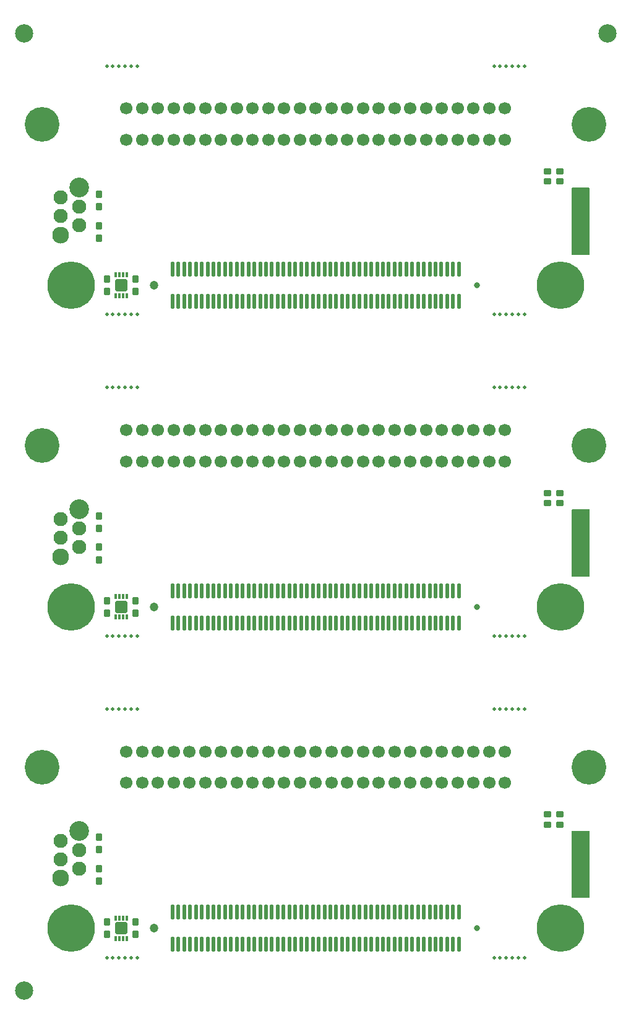
<source format=gts>
G04 #@! TF.GenerationSoftware,KiCad,Pcbnew,8.0.6*
G04 #@! TF.CreationDate,2024-11-07T02:26:39-08:00*
G04 #@! TF.ProjectId,hvd-50-ce-panel,6876642d-3530-42d6-9365-2d70616e656c,1*
G04 #@! TF.SameCoordinates,Original*
G04 #@! TF.FileFunction,Soldermask,Top*
G04 #@! TF.FilePolarity,Negative*
%FSLAX46Y46*%
G04 Gerber Fmt 4.6, Leading zero omitted, Abs format (unit mm)*
G04 Created by KiCad (PCBNEW 8.0.6) date 2024-11-07 02:26:39*
%MOMM*%
%LPD*%
G01*
G04 APERTURE LIST*
G04 Aperture macros list*
%AMRoundRect*
0 Rectangle with rounded corners*
0 $1 Rounding radius*
0 $2 $3 $4 $5 $6 $7 $8 $9 X,Y pos of 4 corners*
0 Add a 4 corners polygon primitive as box body*
4,1,4,$2,$3,$4,$5,$6,$7,$8,$9,$2,$3,0*
0 Add four circle primitives for the rounded corners*
1,1,$1+$1,$2,$3*
1,1,$1+$1,$4,$5*
1,1,$1+$1,$6,$7*
1,1,$1+$1,$8,$9*
0 Add four rect primitives between the rounded corners*
20,1,$1+$1,$2,$3,$4,$5,0*
20,1,$1+$1,$4,$5,$6,$7,0*
20,1,$1+$1,$6,$7,$8,$9,0*
20,1,$1+$1,$8,$9,$2,$3,0*%
G04 Aperture macros list end*
%ADD10C,1.700000*%
%ADD11C,4.750000*%
%ADD12C,0.500000*%
%ADD13C,2.300000*%
%ADD14C,2.700000*%
%ADD15C,1.950000*%
%ADD16C,2.500000*%
%ADD17RoundRect,0.225000X0.275000X0.225000X-0.275000X0.225000X-0.275000X-0.225000X0.275000X-0.225000X0*%
%ADD18RoundRect,0.225000X0.225000X-0.275000X0.225000X0.275000X-0.225000X0.275000X-0.225000X-0.275000X0*%
%ADD19RoundRect,0.225000X-0.225000X0.275000X-0.225000X-0.275000X0.225000X-0.275000X0.225000X0.275000X0*%
%ADD20C,6.500000*%
%ADD21RoundRect,0.225000X-0.275000X-0.225000X0.275000X-0.225000X0.275000X0.225000X-0.275000X0.225000X0*%
%ADD22RoundRect,0.062500X0.137500X-0.287500X0.137500X0.287500X-0.137500X0.287500X-0.137500X-0.287500X0*%
%ADD23RoundRect,0.265625X0.584375X-0.584375X0.584375X0.584375X-0.584375X0.584375X-0.584375X-0.584375X0*%
%ADD24C,0.800000*%
%ADD25C,1.200000*%
%ADD26RoundRect,0.125000X0.125000X0.925000X-0.125000X0.925000X-0.125000X-0.925000X0.125000X-0.925000X0*%
G04 APERTURE END LIST*
D10*
G04 #@! TO.C,J5*
X-68320000Y30902000D03*
X-66160000Y30902000D03*
X-64000000Y30902000D03*
X-61840000Y30902000D03*
X-59680000Y30902000D03*
X-57520000Y30902000D03*
X-55360000Y30902000D03*
X-53200000Y30902000D03*
X-51040000Y30902000D03*
X-48880000Y30902000D03*
X-46720000Y30902000D03*
X-44560000Y30902000D03*
X-42400000Y30902000D03*
X-40240000Y30902000D03*
X-38080000Y30902000D03*
X-35920000Y30902000D03*
X-33760000Y30902000D03*
X-31600000Y30902000D03*
X-29440000Y30902000D03*
X-27280000Y30902000D03*
X-25120000Y30902000D03*
X-22960000Y30902000D03*
X-20800000Y30902000D03*
X-18640000Y30902000D03*
X-16480000Y30902000D03*
X-68320000Y35192000D03*
X-66160000Y35192000D03*
X-64000000Y35192000D03*
X-61840000Y35192000D03*
X-59680000Y35192000D03*
X-57520000Y35192000D03*
X-55360000Y35192000D03*
X-53200000Y35192000D03*
X-51040000Y35192000D03*
X-48880000Y35192000D03*
X-46720000Y35192000D03*
X-44560000Y35192000D03*
X-42400000Y35192000D03*
X-40240000Y35192000D03*
X-38080000Y35192000D03*
X-35920000Y35192000D03*
X-33760000Y35192000D03*
X-31600000Y35192000D03*
X-29440000Y35192000D03*
X-27280000Y35192000D03*
X-25120000Y35192000D03*
X-22960000Y35192000D03*
X-20800000Y35192000D03*
X-18640000Y35192000D03*
X-16480000Y35192000D03*
D11*
X-4975000Y33047000D03*
X-79825000Y33047000D03*
G04 #@! TD*
D12*
G04 #@! TO.C,KiKit_MB_8_1*
X-66799000Y51002000D03*
G04 #@! TD*
G04 #@! TO.C,KiKit_MB_11_6*
X-13799001Y41002000D03*
G04 #@! TD*
D13*
G04 #@! TO.C,J3*
X-77340000Y17872000D03*
D14*
X-74800000Y24342000D03*
D15*
X-77340000Y23012000D03*
X-74800000Y21742000D03*
X-77340000Y20472000D03*
X-74800000Y19202000D03*
G04 #@! TD*
D12*
G04 #@! TO.C,KiKit_MB_8_4*
X-69320199Y51002000D03*
G04 #@! TD*
G04 #@! TO.C,KiKit_MB_11_1*
X-18001000Y41002000D03*
G04 #@! TD*
D16*
G04 #@! TO.C,KiKit_FID_T_1*
X-82300000Y133503500D03*
G04 #@! TD*
D12*
G04 #@! TO.C,KiKit_MB_6_3*
X-69320199Y85002000D03*
G04 #@! TD*
G04 #@! TO.C,KiKit_MB_1_4*
X-16320200Y95002000D03*
G04 #@! TD*
D17*
G04 #@! TO.C,C2*
X-8950000Y114587000D03*
X-10650000Y114587000D03*
G04 #@! TD*
D12*
G04 #@! TO.C,KiKit_MB_10_1*
X-71000999Y41002000D03*
G04 #@! TD*
D18*
G04 #@! TO.C,R1*
X-67050000Y10152000D03*
X-67050000Y11852000D03*
G04 #@! TD*
D12*
G04 #@! TO.C,KiKit_MB_5_4*
X-16320200Y51002000D03*
G04 #@! TD*
G04 #@! TO.C,KiKit_MB_6_1*
X-71000999Y85002000D03*
G04 #@! TD*
G04 #@! TO.C,KiKit_MB_1_1*
X-13799001Y95002000D03*
G04 #@! TD*
D16*
G04 #@! TO.C,KiKit_FID_T_2*
X-2500000Y133503500D03*
G04 #@! TD*
D12*
G04 #@! TO.C,KiKit_MB_2_4*
X-68479800Y129002000D03*
G04 #@! TD*
D19*
G04 #@! TO.C,R2*
X-72100000Y23452000D03*
X-72100000Y21752000D03*
G04 #@! TD*
D20*
G04 #@! TO.C,H3*
X-75900000Y11002000D03*
G04 #@! TD*
D13*
G04 #@! TO.C,J3*
X-77340000Y105872000D03*
D14*
X-74800000Y112342000D03*
D15*
X-77340000Y111012000D03*
X-74800000Y109742000D03*
X-77340000Y108472000D03*
X-74800000Y107202000D03*
G04 #@! TD*
D12*
G04 #@! TO.C,KiKit_MB_10_5*
X-67639400Y41002000D03*
G04 #@! TD*
G04 #@! TO.C,KiKit_MB_11_2*
X-17160600Y41002000D03*
G04 #@! TD*
G04 #@! TO.C,KiKit_MB_7_2*
X-17160600Y85002000D03*
G04 #@! TD*
G04 #@! TO.C,KiKit_MB_4_3*
X-68479800Y95002000D03*
G04 #@! TD*
D18*
G04 #@! TO.C,R3*
X-72100000Y17452000D03*
X-72100000Y19152000D03*
G04 #@! TD*
D12*
G04 #@! TO.C,KiKit_MB_6_4*
X-68479800Y85002000D03*
G04 #@! TD*
G04 #@! TO.C,KiKit_MB_12_6*
X-71000999Y7002000D03*
G04 #@! TD*
D19*
G04 #@! TO.C,R2*
X-72100000Y67452000D03*
X-72100000Y65752000D03*
G04 #@! TD*
D12*
G04 #@! TO.C,KiKit_MB_11_5*
X-14639401Y41002000D03*
G04 #@! TD*
D18*
G04 #@! TO.C,R3*
X-72100000Y61452000D03*
X-72100000Y63152000D03*
G04 #@! TD*
D12*
G04 #@! TO.C,KiKit_MB_3_6*
X-13799001Y129002000D03*
G04 #@! TD*
G04 #@! TO.C,KiKit_MB_12_4*
X-69320199Y7002000D03*
G04 #@! TD*
G04 #@! TO.C,KiKit_MB_12_3*
X-68479800Y7002000D03*
G04 #@! TD*
D18*
G04 #@! TO.C,R1*
X-67050000Y54152000D03*
X-67050000Y55852000D03*
G04 #@! TD*
D12*
G04 #@! TO.C,KiKit_MB_3_1*
X-18001000Y129002000D03*
G04 #@! TD*
D10*
G04 #@! TO.C,J5*
X-68320000Y118902000D03*
X-66160000Y118902000D03*
X-64000000Y118902000D03*
X-61840000Y118902000D03*
X-59680000Y118902000D03*
X-57520000Y118902000D03*
X-55360000Y118902000D03*
X-53200000Y118902000D03*
X-51040000Y118902000D03*
X-48880000Y118902000D03*
X-46720000Y118902000D03*
X-44560000Y118902000D03*
X-42400000Y118902000D03*
X-40240000Y118902000D03*
X-38080000Y118902000D03*
X-35920000Y118902000D03*
X-33760000Y118902000D03*
X-31600000Y118902000D03*
X-29440000Y118902000D03*
X-27280000Y118902000D03*
X-25120000Y118902000D03*
X-22960000Y118902000D03*
X-20800000Y118902000D03*
X-18640000Y118902000D03*
X-16480000Y118902000D03*
X-68320000Y123192000D03*
X-66160000Y123192000D03*
X-64000000Y123192000D03*
X-61840000Y123192000D03*
X-59680000Y123192000D03*
X-57520000Y123192000D03*
X-55360000Y123192000D03*
X-53200000Y123192000D03*
X-51040000Y123192000D03*
X-48880000Y123192000D03*
X-46720000Y123192000D03*
X-44560000Y123192000D03*
X-42400000Y123192000D03*
X-40240000Y123192000D03*
X-38080000Y123192000D03*
X-35920000Y123192000D03*
X-33760000Y123192000D03*
X-31600000Y123192000D03*
X-29440000Y123192000D03*
X-27280000Y123192000D03*
X-25120000Y123192000D03*
X-22960000Y123192000D03*
X-20800000Y123192000D03*
X-18640000Y123192000D03*
X-16480000Y123192000D03*
D11*
X-4975000Y121047000D03*
X-79825000Y121047000D03*
G04 #@! TD*
D12*
G04 #@! TO.C,KiKit_MB_4_4*
X-69320199Y95002000D03*
G04 #@! TD*
G04 #@! TO.C,KiKit_MB_4_6*
X-71000999Y95002000D03*
G04 #@! TD*
D21*
G04 #@! TO.C,R4*
X-10650000Y25202000D03*
X-8950000Y25202000D03*
G04 #@! TD*
D20*
G04 #@! TO.C,H3*
X-75900000Y55002000D03*
G04 #@! TD*
D12*
G04 #@! TO.C,KiKit_MB_9_6*
X-18001000Y7002000D03*
G04 #@! TD*
G04 #@! TO.C,KiKit_MB_5_1*
X-13799001Y51002000D03*
G04 #@! TD*
G04 #@! TO.C,KiKit_MB_9_2*
X-14639401Y7002000D03*
G04 #@! TD*
G04 #@! TO.C,KiKit_MB_3_5*
X-14639401Y129002000D03*
G04 #@! TD*
G04 #@! TO.C,KiKit_MB_4_1*
X-66799000Y95002000D03*
G04 #@! TD*
G04 #@! TO.C,KiKit_MB_2_2*
X-70160599Y129002000D03*
G04 #@! TD*
G04 #@! TO.C,KiKit_MB_2_6*
X-66799000Y129002000D03*
G04 #@! TD*
D22*
G04 #@! TO.C,U1*
X-69750001Y9602000D03*
X-69250000Y9602000D03*
X-68750000Y9602000D03*
X-68249999Y9602000D03*
X-68249999Y12402000D03*
X-68750000Y12402000D03*
X-69250000Y12402000D03*
X-69750001Y12402000D03*
D23*
X-69000000Y11002000D03*
G04 #@! TD*
D12*
G04 #@! TO.C,KiKit_MB_2_5*
X-67639400Y129002000D03*
G04 #@! TD*
G04 #@! TO.C,KiKit_MB_12_5*
X-70160599Y7002000D03*
G04 #@! TD*
D20*
G04 #@! TO.C,H4*
X-8900000Y55002000D03*
G04 #@! TD*
D12*
G04 #@! TO.C,KiKit_MB_6_6*
X-66799000Y85002000D03*
G04 #@! TD*
D13*
G04 #@! TO.C,J3*
X-77340000Y61872000D03*
D14*
X-74800000Y68342000D03*
D15*
X-77340000Y67012000D03*
X-74800000Y65742000D03*
X-77340000Y64472000D03*
X-74800000Y63202000D03*
G04 #@! TD*
D12*
G04 #@! TO.C,KiKit_MB_11_4*
X-15479801Y41002000D03*
G04 #@! TD*
D20*
G04 #@! TO.C,H4*
X-8900000Y11002000D03*
G04 #@! TD*
D22*
G04 #@! TO.C,U1*
X-69750001Y53602000D03*
X-69250000Y53602000D03*
X-68750000Y53602000D03*
X-68249999Y53602000D03*
X-68249999Y56402000D03*
X-68750000Y56402000D03*
X-69250000Y56402000D03*
X-69750001Y56402000D03*
D23*
X-69000000Y55002000D03*
G04 #@! TD*
D12*
G04 #@! TO.C,KiKit_MB_10_6*
X-66799000Y41002000D03*
G04 #@! TD*
D24*
G04 #@! TO.C,J1*
X-20300000Y55002000D03*
D25*
X-64500000Y55002000D03*
D26*
X-62000000Y52802000D03*
X-62000000Y57202000D03*
X-61200000Y52802000D03*
X-61200000Y57202000D03*
X-60400000Y52802000D03*
X-60400000Y57202000D03*
X-59600000Y52802000D03*
X-59600000Y57202000D03*
X-58800000Y52802000D03*
X-58800000Y57202000D03*
X-58000000Y52802000D03*
X-58000000Y57202000D03*
X-57200000Y52802000D03*
X-57200000Y57202000D03*
X-56400000Y52802000D03*
X-56400000Y57202000D03*
X-55600000Y52802000D03*
X-55600000Y57202000D03*
X-54800000Y52802000D03*
X-54800000Y57202000D03*
X-54000000Y52802000D03*
X-54000000Y57202000D03*
X-53200000Y52802000D03*
X-53200000Y57202000D03*
X-52400000Y52802000D03*
X-52400000Y57202000D03*
X-51600000Y52802000D03*
X-51600000Y57202000D03*
X-50800000Y52802000D03*
X-50800000Y57202000D03*
X-50000000Y52802000D03*
X-50000000Y57202000D03*
X-49200000Y52802000D03*
X-49200000Y57202000D03*
X-48400000Y52802000D03*
X-48400000Y57202000D03*
X-47600000Y52802000D03*
X-47600000Y57202000D03*
X-46800000Y52802000D03*
X-46800000Y57202000D03*
X-46000000Y52802000D03*
X-46000000Y57202000D03*
X-45200000Y52802000D03*
X-45200000Y57202000D03*
X-44400000Y52802000D03*
X-44400000Y57202000D03*
X-43600000Y52802000D03*
X-43600000Y57202000D03*
X-42800000Y52802000D03*
X-42800000Y57202000D03*
X-42000000Y52802000D03*
X-42000000Y57202000D03*
X-41200000Y52802000D03*
X-41200000Y57202000D03*
X-40400000Y52802000D03*
X-40400000Y57202000D03*
X-39600000Y52802000D03*
X-39600000Y57202000D03*
X-38800000Y52802000D03*
X-38800000Y57202000D03*
X-38000000Y52802000D03*
X-38000000Y57202000D03*
X-37200000Y52802000D03*
X-37200000Y57202000D03*
X-36400000Y52802000D03*
X-36400000Y57202000D03*
X-35600000Y52802000D03*
X-35600000Y57202000D03*
X-34800000Y52802000D03*
X-34800000Y57202000D03*
X-34000000Y52802000D03*
X-34000000Y57202000D03*
X-33200000Y52802000D03*
X-33200000Y57202000D03*
X-32400000Y52802000D03*
X-32400000Y57202000D03*
X-31600000Y52802000D03*
X-31600000Y57202000D03*
X-30800000Y52802000D03*
X-30800000Y57202000D03*
X-30000000Y52802000D03*
X-30000000Y57202000D03*
X-29200000Y52802000D03*
X-29200000Y57202000D03*
X-28400000Y52802000D03*
X-28400000Y57202000D03*
X-27600000Y52802000D03*
X-27600000Y57202000D03*
X-26800000Y52802000D03*
X-26800000Y57202000D03*
X-26000000Y52802000D03*
X-26000000Y57202000D03*
X-25200000Y52802000D03*
X-25200000Y57202000D03*
X-24400000Y52802000D03*
X-24400000Y57202000D03*
X-23600000Y52802000D03*
X-23600000Y57202000D03*
X-22800000Y52802000D03*
X-22800000Y57202000D03*
G04 #@! TD*
D12*
G04 #@! TO.C,KiKit_MB_3_4*
X-15479801Y129002000D03*
G04 #@! TD*
G04 #@! TO.C,KiKit_MB_9_4*
X-16320200Y7002000D03*
G04 #@! TD*
D16*
G04 #@! TO.C,KiKit_FID_T_3*
X-82300000Y2500000D03*
G04 #@! TD*
D12*
G04 #@! TO.C,KiKit_MB_8_5*
X-70160599Y51002000D03*
G04 #@! TD*
D24*
G04 #@! TO.C,J1*
X-20300000Y99002000D03*
D25*
X-64500000Y99002000D03*
D26*
X-62000000Y96802000D03*
X-62000000Y101202000D03*
X-61200000Y96802000D03*
X-61200000Y101202000D03*
X-60400000Y96802000D03*
X-60400000Y101202000D03*
X-59600000Y96802000D03*
X-59600000Y101202000D03*
X-58800000Y96802000D03*
X-58800000Y101202000D03*
X-58000000Y96802000D03*
X-58000000Y101202000D03*
X-57200000Y96802000D03*
X-57200000Y101202000D03*
X-56400000Y96802000D03*
X-56400000Y101202000D03*
X-55600000Y96802000D03*
X-55600000Y101202000D03*
X-54800000Y96802000D03*
X-54800000Y101202000D03*
X-54000000Y96802000D03*
X-54000000Y101202000D03*
X-53200000Y96802000D03*
X-53200000Y101202000D03*
X-52400000Y96802000D03*
X-52400000Y101202000D03*
X-51600000Y96802000D03*
X-51600000Y101202000D03*
X-50800000Y96802000D03*
X-50800000Y101202000D03*
X-50000000Y96802000D03*
X-50000000Y101202000D03*
X-49200000Y96802000D03*
X-49200000Y101202000D03*
X-48400000Y96802000D03*
X-48400000Y101202000D03*
X-47600000Y96802000D03*
X-47600000Y101202000D03*
X-46800000Y96802000D03*
X-46800000Y101202000D03*
X-46000000Y96802000D03*
X-46000000Y101202000D03*
X-45200000Y96802000D03*
X-45200000Y101202000D03*
X-44400000Y96802000D03*
X-44400000Y101202000D03*
X-43600000Y96802000D03*
X-43600000Y101202000D03*
X-42800000Y96802000D03*
X-42800000Y101202000D03*
X-42000000Y96802000D03*
X-42000000Y101202000D03*
X-41200000Y96802000D03*
X-41200000Y101202000D03*
X-40400000Y96802000D03*
X-40400000Y101202000D03*
X-39600000Y96802000D03*
X-39600000Y101202000D03*
X-38800000Y96802000D03*
X-38800000Y101202000D03*
X-38000000Y96802000D03*
X-38000000Y101202000D03*
X-37200000Y96802000D03*
X-37200000Y101202000D03*
X-36400000Y96802000D03*
X-36400000Y101202000D03*
X-35600000Y96802000D03*
X-35600000Y101202000D03*
X-34800000Y96802000D03*
X-34800000Y101202000D03*
X-34000000Y96802000D03*
X-34000000Y101202000D03*
X-33200000Y96802000D03*
X-33200000Y101202000D03*
X-32400000Y96802000D03*
X-32400000Y101202000D03*
X-31600000Y96802000D03*
X-31600000Y101202000D03*
X-30800000Y96802000D03*
X-30800000Y101202000D03*
X-30000000Y96802000D03*
X-30000000Y101202000D03*
X-29200000Y96802000D03*
X-29200000Y101202000D03*
X-28400000Y96802000D03*
X-28400000Y101202000D03*
X-27600000Y96802000D03*
X-27600000Y101202000D03*
X-26800000Y96802000D03*
X-26800000Y101202000D03*
X-26000000Y96802000D03*
X-26000000Y101202000D03*
X-25200000Y96802000D03*
X-25200000Y101202000D03*
X-24400000Y96802000D03*
X-24400000Y101202000D03*
X-23600000Y96802000D03*
X-23600000Y101202000D03*
X-22800000Y96802000D03*
X-22800000Y101202000D03*
G04 #@! TD*
D22*
G04 #@! TO.C,U1*
X-69750001Y97602000D03*
X-69250000Y97602000D03*
X-68750000Y97602000D03*
X-68249999Y97602000D03*
X-68249999Y100402000D03*
X-68750000Y100402000D03*
X-69250000Y100402000D03*
X-69750001Y100402000D03*
D23*
X-69000000Y99002000D03*
G04 #@! TD*
D12*
G04 #@! TO.C,KiKit_MB_1_6*
X-18001000Y95002000D03*
G04 #@! TD*
G04 #@! TO.C,KiKit_MB_4_5*
X-70160599Y95002000D03*
G04 #@! TD*
G04 #@! TO.C,KiKit_MB_7_3*
X-16320200Y85002000D03*
G04 #@! TD*
D18*
G04 #@! TO.C,R1*
X-67050000Y98152000D03*
X-67050000Y99852000D03*
G04 #@! TD*
D12*
G04 #@! TO.C,KiKit_MB_1_3*
X-15479801Y95002000D03*
G04 #@! TD*
G04 #@! TO.C,KiKit_MB_7_6*
X-13799001Y85002000D03*
G04 #@! TD*
G04 #@! TO.C,KiKit_MB_8_6*
X-71000999Y51002000D03*
G04 #@! TD*
G04 #@! TO.C,KiKit_MB_7_4*
X-15479801Y85002000D03*
G04 #@! TD*
G04 #@! TO.C,KiKit_MB_5_2*
X-14639401Y51002000D03*
G04 #@! TD*
D17*
G04 #@! TO.C,C2*
X-8950000Y26587000D03*
X-10650000Y26587000D03*
G04 #@! TD*
D12*
G04 #@! TO.C,KiKit_MB_9_5*
X-17160600Y7002000D03*
G04 #@! TD*
D17*
G04 #@! TO.C,C2*
X-8950000Y70587000D03*
X-10650000Y70587000D03*
G04 #@! TD*
D21*
G04 #@! TO.C,R4*
X-10650000Y69202000D03*
X-8950000Y69202000D03*
G04 #@! TD*
D12*
G04 #@! TO.C,KiKit_MB_6_5*
X-67639400Y85002000D03*
G04 #@! TD*
D18*
G04 #@! TO.C,C1*
X-70950000Y10152000D03*
X-70950000Y11852000D03*
G04 #@! TD*
D24*
G04 #@! TO.C,J1*
X-20300000Y11002000D03*
D25*
X-64500000Y11002000D03*
D26*
X-62000000Y8802000D03*
X-62000000Y13202000D03*
X-61200000Y8802000D03*
X-61200000Y13202000D03*
X-60400000Y8802000D03*
X-60400000Y13202000D03*
X-59600000Y8802000D03*
X-59600000Y13202000D03*
X-58800000Y8802000D03*
X-58800000Y13202000D03*
X-58000000Y8802000D03*
X-58000000Y13202000D03*
X-57200000Y8802000D03*
X-57200000Y13202000D03*
X-56400000Y8802000D03*
X-56400000Y13202000D03*
X-55600000Y8802000D03*
X-55600000Y13202000D03*
X-54800000Y8802000D03*
X-54800000Y13202000D03*
X-54000000Y8802000D03*
X-54000000Y13202000D03*
X-53200000Y8802000D03*
X-53200000Y13202000D03*
X-52400000Y8802000D03*
X-52400000Y13202000D03*
X-51600000Y8802000D03*
X-51600000Y13202000D03*
X-50800000Y8802000D03*
X-50800000Y13202000D03*
X-50000000Y8802000D03*
X-50000000Y13202000D03*
X-49200000Y8802000D03*
X-49200000Y13202000D03*
X-48400000Y8802000D03*
X-48400000Y13202000D03*
X-47600000Y8802000D03*
X-47600000Y13202000D03*
X-46800000Y8802000D03*
X-46800000Y13202000D03*
X-46000000Y8802000D03*
X-46000000Y13202000D03*
X-45200000Y8802000D03*
X-45200000Y13202000D03*
X-44400000Y8802000D03*
X-44400000Y13202000D03*
X-43600000Y8802000D03*
X-43600000Y13202000D03*
X-42800000Y8802000D03*
X-42800000Y13202000D03*
X-42000000Y8802000D03*
X-42000000Y13202000D03*
X-41200000Y8802000D03*
X-41200000Y13202000D03*
X-40400000Y8802000D03*
X-40400000Y13202000D03*
X-39600000Y8802000D03*
X-39600000Y13202000D03*
X-38800000Y8802000D03*
X-38800000Y13202000D03*
X-38000000Y8802000D03*
X-38000000Y13202000D03*
X-37200000Y8802000D03*
X-37200000Y13202000D03*
X-36400000Y8802000D03*
X-36400000Y13202000D03*
X-35600000Y8802000D03*
X-35600000Y13202000D03*
X-34800000Y8802000D03*
X-34800000Y13202000D03*
X-34000000Y8802000D03*
X-34000000Y13202000D03*
X-33200000Y8802000D03*
X-33200000Y13202000D03*
X-32400000Y8802000D03*
X-32400000Y13202000D03*
X-31600000Y8802000D03*
X-31600000Y13202000D03*
X-30800000Y8802000D03*
X-30800000Y13202000D03*
X-30000000Y8802000D03*
X-30000000Y13202000D03*
X-29200000Y8802000D03*
X-29200000Y13202000D03*
X-28400000Y8802000D03*
X-28400000Y13202000D03*
X-27600000Y8802000D03*
X-27600000Y13202000D03*
X-26800000Y8802000D03*
X-26800000Y13202000D03*
X-26000000Y8802000D03*
X-26000000Y13202000D03*
X-25200000Y8802000D03*
X-25200000Y13202000D03*
X-24400000Y8802000D03*
X-24400000Y13202000D03*
X-23600000Y8802000D03*
X-23600000Y13202000D03*
X-22800000Y8802000D03*
X-22800000Y13202000D03*
G04 #@! TD*
D12*
G04 #@! TO.C,KiKit_MB_2_3*
X-69320199Y129002000D03*
G04 #@! TD*
G04 #@! TO.C,KiKit_MB_10_3*
X-69320199Y41002000D03*
G04 #@! TD*
G04 #@! TO.C,KiKit_MB_5_5*
X-17160600Y51002000D03*
G04 #@! TD*
G04 #@! TO.C,KiKit_MB_7_5*
X-14639401Y85002000D03*
G04 #@! TD*
G04 #@! TO.C,KiKit_MB_12_1*
X-66799000Y7002000D03*
G04 #@! TD*
G04 #@! TO.C,KiKit_MB_1_5*
X-17160600Y95002000D03*
G04 #@! TD*
G04 #@! TO.C,KiKit_MB_9_1*
X-13799001Y7002000D03*
G04 #@! TD*
D18*
G04 #@! TO.C,C1*
X-70950000Y54152000D03*
X-70950000Y55852000D03*
G04 #@! TD*
D20*
G04 #@! TO.C,H3*
X-75900000Y99002000D03*
G04 #@! TD*
D12*
G04 #@! TO.C,KiKit_MB_3_2*
X-17160600Y129002000D03*
G04 #@! TD*
G04 #@! TO.C,KiKit_MB_10_2*
X-70160599Y41002000D03*
G04 #@! TD*
G04 #@! TO.C,KiKit_MB_8_2*
X-67639400Y51002000D03*
G04 #@! TD*
D18*
G04 #@! TO.C,C1*
X-70950000Y98152000D03*
X-70950000Y99852000D03*
G04 #@! TD*
D21*
G04 #@! TO.C,R4*
X-10650000Y113202000D03*
X-8950000Y113202000D03*
G04 #@! TD*
D12*
G04 #@! TO.C,KiKit_MB_8_3*
X-68479800Y51002000D03*
G04 #@! TD*
G04 #@! TO.C,KiKit_MB_7_1*
X-18001000Y85002000D03*
G04 #@! TD*
D10*
G04 #@! TO.C,J5*
X-68320000Y74902000D03*
X-66160000Y74902000D03*
X-64000000Y74902000D03*
X-61840000Y74902000D03*
X-59680000Y74902000D03*
X-57520000Y74902000D03*
X-55360000Y74902000D03*
X-53200000Y74902000D03*
X-51040000Y74902000D03*
X-48880000Y74902000D03*
X-46720000Y74902000D03*
X-44560000Y74902000D03*
X-42400000Y74902000D03*
X-40240000Y74902000D03*
X-38080000Y74902000D03*
X-35920000Y74902000D03*
X-33760000Y74902000D03*
X-31600000Y74902000D03*
X-29440000Y74902000D03*
X-27280000Y74902000D03*
X-25120000Y74902000D03*
X-22960000Y74902000D03*
X-20800000Y74902000D03*
X-18640000Y74902000D03*
X-16480000Y74902000D03*
X-68320000Y79192000D03*
X-66160000Y79192000D03*
X-64000000Y79192000D03*
X-61840000Y79192000D03*
X-59680000Y79192000D03*
X-57520000Y79192000D03*
X-55360000Y79192000D03*
X-53200000Y79192000D03*
X-51040000Y79192000D03*
X-48880000Y79192000D03*
X-46720000Y79192000D03*
X-44560000Y79192000D03*
X-42400000Y79192000D03*
X-40240000Y79192000D03*
X-38080000Y79192000D03*
X-35920000Y79192000D03*
X-33760000Y79192000D03*
X-31600000Y79192000D03*
X-29440000Y79192000D03*
X-27280000Y79192000D03*
X-25120000Y79192000D03*
X-22960000Y79192000D03*
X-20800000Y79192000D03*
X-18640000Y79192000D03*
X-16480000Y79192000D03*
D11*
X-4975000Y77047000D03*
X-79825000Y77047000D03*
G04 #@! TD*
D19*
G04 #@! TO.C,R2*
X-72100000Y111452000D03*
X-72100000Y109752000D03*
G04 #@! TD*
D12*
G04 #@! TO.C,KiKit_MB_10_4*
X-68479800Y41002000D03*
G04 #@! TD*
G04 #@! TO.C,KiKit_MB_11_3*
X-16320200Y41002000D03*
G04 #@! TD*
G04 #@! TO.C,KiKit_MB_6_2*
X-70160599Y85002000D03*
G04 #@! TD*
D18*
G04 #@! TO.C,R3*
X-72100000Y105452000D03*
X-72100000Y107152000D03*
G04 #@! TD*
D12*
G04 #@! TO.C,KiKit_MB_12_2*
X-67639400Y7002000D03*
G04 #@! TD*
G04 #@! TO.C,KiKit_MB_5_3*
X-15479801Y51002000D03*
G04 #@! TD*
G04 #@! TO.C,KiKit_MB_2_1*
X-71000999Y129002000D03*
G04 #@! TD*
G04 #@! TO.C,KiKit_MB_4_2*
X-67639400Y95002000D03*
G04 #@! TD*
G04 #@! TO.C,KiKit_MB_3_3*
X-16320200Y129002000D03*
G04 #@! TD*
G04 #@! TO.C,KiKit_MB_5_6*
X-18001000Y51002000D03*
G04 #@! TD*
D20*
G04 #@! TO.C,H4*
X-8900000Y99002000D03*
G04 #@! TD*
D12*
G04 #@! TO.C,KiKit_MB_9_3*
X-15479801Y7002000D03*
G04 #@! TD*
G04 #@! TO.C,KiKit_MB_1_2*
X-14639401Y95002000D03*
G04 #@! TD*
G36*
X-4956961Y68332315D02*
G01*
X-4911206Y68279511D01*
X-4900000Y68228000D01*
X-4900000Y59276000D01*
X-4919685Y59208961D01*
X-4972489Y59163206D01*
X-5024000Y59152000D01*
X-7276000Y59152000D01*
X-7343039Y59171685D01*
X-7388794Y59224489D01*
X-7400000Y59276000D01*
X-7400000Y68228000D01*
X-7380315Y68295039D01*
X-7327511Y68340794D01*
X-7276000Y68352000D01*
X-5024000Y68352000D01*
X-4956961Y68332315D01*
G37*
G36*
X-4956961Y112332315D02*
G01*
X-4911206Y112279511D01*
X-4900000Y112228000D01*
X-4900000Y103276000D01*
X-4919685Y103208961D01*
X-4972489Y103163206D01*
X-5024000Y103152000D01*
X-7276000Y103152000D01*
X-7343039Y103171685D01*
X-7388794Y103224489D01*
X-7400000Y103276000D01*
X-7400000Y112228000D01*
X-7380315Y112295039D01*
X-7327511Y112340794D01*
X-7276000Y112352000D01*
X-5024000Y112352000D01*
X-4956961Y112332315D01*
G37*
G36*
X-4956961Y24332315D02*
G01*
X-4911206Y24279511D01*
X-4900000Y24228000D01*
X-4900000Y15276000D01*
X-4919685Y15208961D01*
X-4972489Y15163206D01*
X-5024000Y15152000D01*
X-7276000Y15152000D01*
X-7343039Y15171685D01*
X-7388794Y15224489D01*
X-7400000Y15276000D01*
X-7400000Y24228000D01*
X-7380315Y24295039D01*
X-7327511Y24340794D01*
X-7276000Y24352000D01*
X-5024000Y24352000D01*
X-4956961Y24332315D01*
G37*
M02*

</source>
